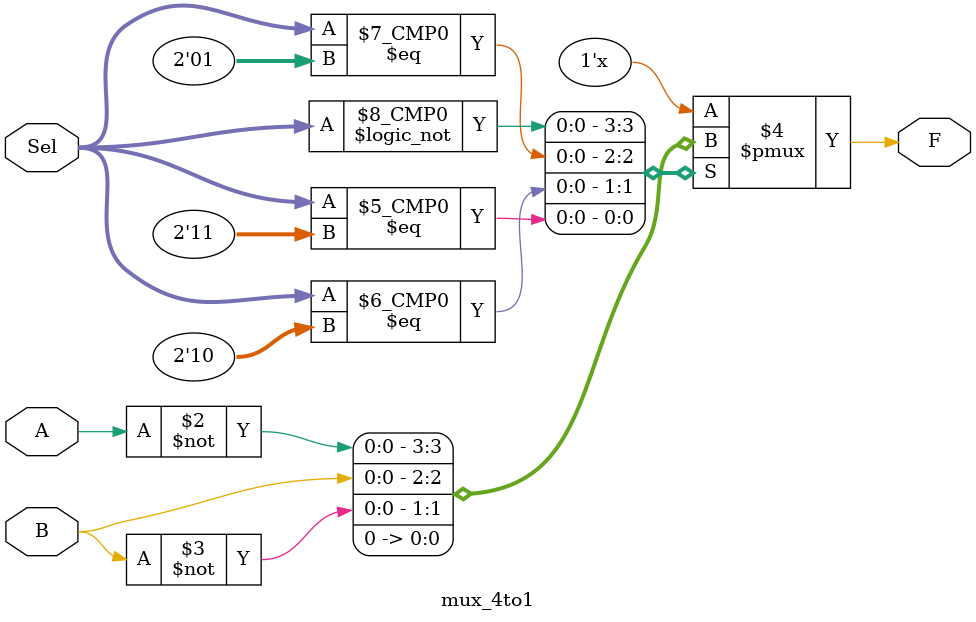
<source format=v>
`timescale 1ns/1ps
module mux_4to1(A, B, Sel, F);
  output wire F;
  input wire A, B;
  input wire [1:0] Sel;
  
  always @(A, B, Sel)
  begin
    case(Sel)
      0: #10 F = ~A;
      1: #10 F = B;
      2: #10 F = ~B;
      3: #10 F = 0;
    endcase
  end
endmodule

</source>
